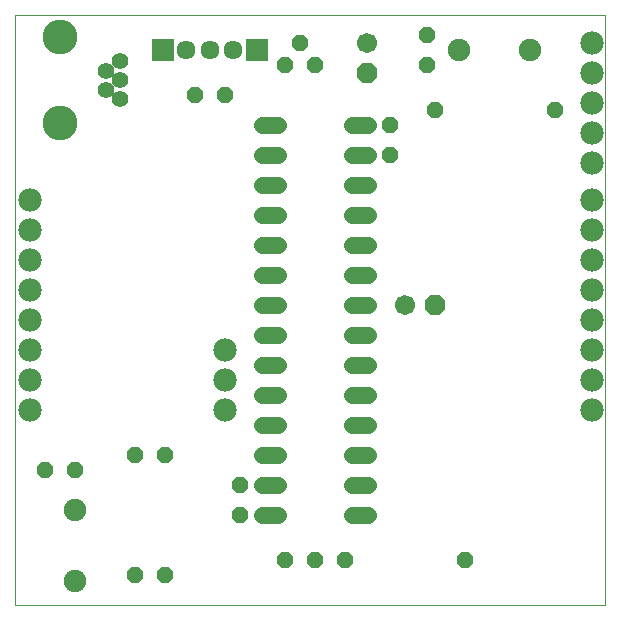
<source format=gbs>
G75*
%MOIN*%
%OFA0B0*%
%FSLAX25Y25*%
%IPPOS*%
%LPD*%
%AMOC8*
5,1,8,0,0,1.08239X$1,22.5*
%
%ADD10C,0.00000*%
%ADD11C,0.07800*%
%ADD12OC8,0.05600*%
%ADD13C,0.06700*%
%ADD14OC8,0.06700*%
%ADD15C,0.05550*%
%ADD16C,0.11620*%
%ADD17C,0.07487*%
%ADD18C,0.05600*%
%ADD19C,0.06337*%
%ADD20R,0.07487X0.07487*%
D10*
X0001800Y0001800D02*
X0001800Y0198650D01*
X0198650Y0198650D01*
X0198650Y0001800D01*
X0001800Y0001800D01*
D11*
X0006800Y0066800D03*
X0006800Y0076800D03*
X0006800Y0086800D03*
X0006800Y0096800D03*
X0006800Y0106800D03*
X0006800Y0116800D03*
X0006800Y0126800D03*
X0006800Y0136800D03*
X0071800Y0086800D03*
X0071800Y0076800D03*
X0071800Y0066800D03*
X0194300Y0066800D03*
X0194300Y0076800D03*
X0194300Y0086800D03*
X0194300Y0096800D03*
X0194300Y0106800D03*
X0194300Y0116800D03*
X0194300Y0126800D03*
X0194300Y0136800D03*
X0194300Y0149300D03*
X0194300Y0159300D03*
X0194300Y0169300D03*
X0194300Y0179300D03*
X0194300Y0189300D03*
D12*
X0181800Y0166800D03*
X0141800Y0166800D03*
X0139300Y0181800D03*
X0139300Y0191800D03*
X0126800Y0161800D03*
X0126800Y0151800D03*
X0101800Y0181800D03*
X0096800Y0189300D03*
X0091800Y0181800D03*
X0071800Y0171800D03*
X0061800Y0171800D03*
X0051800Y0051800D03*
X0041800Y0051800D03*
X0021800Y0046800D03*
X0011800Y0046800D03*
X0041800Y0011800D03*
X0051800Y0011800D03*
X0076800Y0031800D03*
X0076800Y0041800D03*
X0091800Y0016800D03*
X0101800Y0016800D03*
X0111800Y0016800D03*
X0151800Y0016800D03*
D13*
X0131800Y0101800D03*
X0119300Y0189300D03*
D14*
X0119300Y0179300D03*
X0141800Y0101800D03*
D15*
X0036879Y0170501D03*
X0032154Y0173650D03*
X0036879Y0176800D03*
X0032154Y0179950D03*
X0036879Y0183099D03*
D16*
X0016800Y0191170D03*
X0016800Y0162430D03*
D17*
X0021800Y0033611D03*
X0021800Y0009989D03*
X0149989Y0186800D03*
X0173611Y0186800D03*
D18*
X0119400Y0161800D02*
X0114200Y0161800D01*
X0114200Y0151800D02*
X0119400Y0151800D01*
X0119400Y0141800D02*
X0114200Y0141800D01*
X0114200Y0131800D02*
X0119400Y0131800D01*
X0119400Y0121800D02*
X0114200Y0121800D01*
X0114200Y0111800D02*
X0119400Y0111800D01*
X0119400Y0101800D02*
X0114200Y0101800D01*
X0114200Y0091800D02*
X0119400Y0091800D01*
X0119400Y0081800D02*
X0114200Y0081800D01*
X0114200Y0071800D02*
X0119400Y0071800D01*
X0119400Y0061800D02*
X0114200Y0061800D01*
X0114200Y0051800D02*
X0119400Y0051800D01*
X0119400Y0041800D02*
X0114200Y0041800D01*
X0114200Y0031800D02*
X0119400Y0031800D01*
X0089400Y0031800D02*
X0084200Y0031800D01*
X0084200Y0041800D02*
X0089400Y0041800D01*
X0089400Y0051800D02*
X0084200Y0051800D01*
X0084200Y0061800D02*
X0089400Y0061800D01*
X0089400Y0071800D02*
X0084200Y0071800D01*
X0084200Y0081800D02*
X0089400Y0081800D01*
X0089400Y0091800D02*
X0084200Y0091800D01*
X0084200Y0101800D02*
X0089400Y0101800D01*
X0089400Y0111800D02*
X0084200Y0111800D01*
X0084200Y0121800D02*
X0089400Y0121800D01*
X0089400Y0131800D02*
X0084200Y0131800D01*
X0084200Y0141800D02*
X0089400Y0141800D01*
X0089400Y0151800D02*
X0084200Y0151800D01*
X0084200Y0161800D02*
X0089400Y0161800D01*
D19*
X0074674Y0186800D03*
X0066800Y0186800D03*
X0058926Y0186800D03*
D20*
X0051052Y0186800D03*
X0082548Y0186800D03*
M02*

</source>
